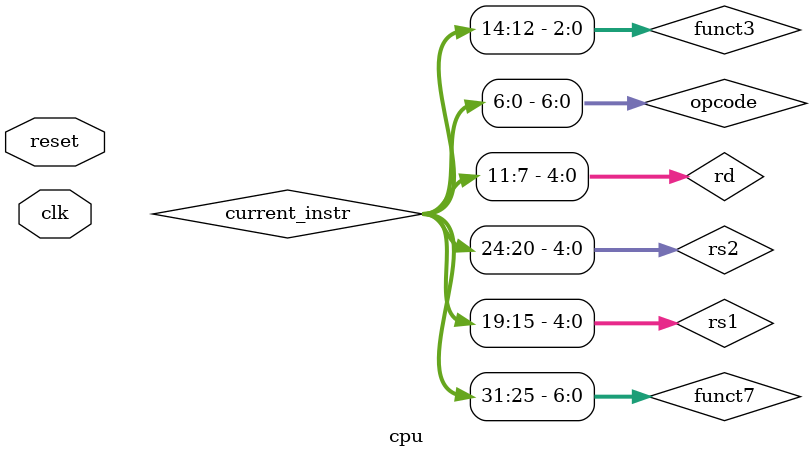
<source format=v>
`timescale 1ns / 1ps
`include "include/defines.vh"

module cpu (
    input wire clk,
    input wire reset
);
  // Parameters
  localparam DATA_W = 32;
  localparam ADDR_W = 11;

  // PCs
  wire [31:0] current_pc;
  wire [31:0] pc_plus4;
  wire [31:0] branch_pc;
  wire [31:0] next_pc;


  // Instruction
  reg [31:0] current_instr;
  reg [6:0] opcode = current_instr[6:0];
  reg [2:0] funct3 = current_instr[14:12];
  reg [6:0] funct7 = current_instr[31:25];
  reg [4:0] rs1 = current_instr[19:15];
  reg [4:0] rs2 = current_instr[24:20];
  reg [4:0] rd = current_instr[11:7];


  // Control signals
  reg RegWrite;
  reg MemRead;
  reg MemWrite;
  reg MemtoReg;
  reg ALUSrc;
  reg Branch;
  reg Jump;
  reg [1:0] ALUOp;
  reg [2:0] ImmSrc;

  // Branching
  reg BranchTaken;
  assign PCsrc = Branch & BranchTaken;


  reg [31:0] rs1_data;
  reg [31:0] rs2_data;
  reg [31:0] imm_data;

  // alu
  reg [3:0] ALUControl;
  reg ALUZero;
  reg [31:0] ALUResult;

  // mem
  reg [31:0] mem_data;

  // fetch
  pc pc_inst (
      .clk(clk),
      .reset(reset),
      .next_pc(next_pc),
      .current_pc(current_pc)
  );

  adder #(
      .WIDTH(32)
  ) pc_plus4_inst (
      .a(current_pc),
      .b(32'd4),
      .result(pc_plus4)
  );

  mux2 #(
      .WIDTH(32)
  ) pc_mux_inst (
      .sel(PCsrc),
      .b  (pc_plus4),
      .a  (branch_pc),
      .y  (next_pc)
  );

  instr_mem instr_mem_inst (
      .addr (next_pc[12:2]),
      .instr(current_instr)
  );

  // decode
  control control_inst (
      .opcode(opcode),
      .funct3(funct3),
      .RegWrite(RegWrite),
      .MemRead(MemRead),
      .MemWrite(MemWrite),
      .MemtoReg(MemtoReg),
      .ALUSrc(ALUSrc),
      .Branch(Branch),
      .Jump(Jump),
      .ALUOp(ALUOp),
      .ImmSrc(ImmSrc)
  );

  imm_gen imm_gen_inst (
      .instr  (current_instr),
      .imm_sel(ImmSrc),
      .imm_out(imm_data)
  );



  // execute 
  branch_comp branch_comp_inst (
      .op1(rs1_data),
      .op2(rs2_data),
      .funct3(funct3),
      .branch(BranchTaken)
  );

  alu_control alu_control_inst (
      .ALUOp(ALUOp),
      .funct3(funct3),
      .funct7_5(funct7[5]),
      .ALUCtrl(ALUControl)
  );

  alu alu_inst (
      .operand_a(rs1_data),
      .operand_b(ALUSrc ? imm_data : rs2_data),
      .alu_control(ALUControl),
      .alu_result(ALUResult),
      .zero(ALUZero)
  );

  wire [31:0] branch_target;
  adder #(
      .WIDTH(32)
  ) branch_adder (
      .a(current_pc),
      .b(imm_data),
      .result(branch_target)
  );

  // memory
  data_mem data_mem_inst (
      .clk(clk),
      .re(MemRead),
      .we(MemWrite),
      .addr(ALUResult[10:0]),
      .write_data(rs2_data),
      .read_data(mem_data)
  );

  // write back

  reg_file reg_file_inst (
      .clk(clk),
      .reset(reset),
      .regwrite(RegWrite),
      .read_reg1(rs1),
      .read_reg2(rs2),
      .write_reg(rd),
      .write_data(MemtoReg ? mem_data : ALUResult),
      .read_data1(rs1_data),
      .read_data2(rs2_data)
  );


endmodule

</source>
